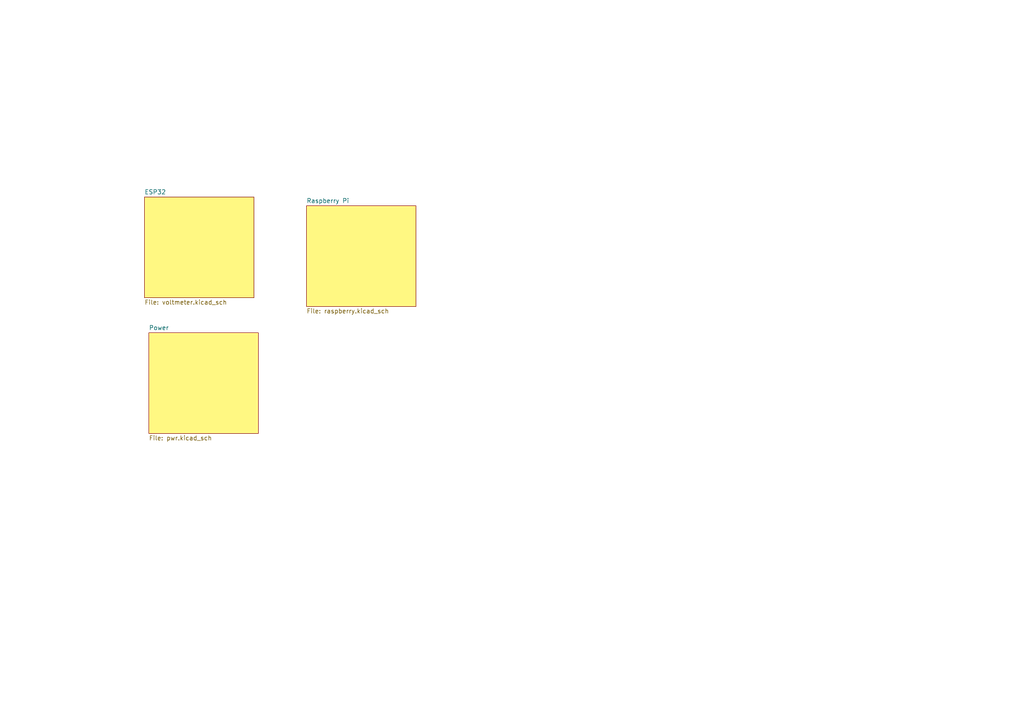
<source format=kicad_sch>
(kicad_sch
	(version 20250114)
	(generator "eeschema")
	(generator_version "9.0")
	(uuid "fc2c29e6-a963-4328-805d-ffb2dd9b9662")
	(paper "A4")
	(lib_symbols)
	(sheet
		(at 41.91 57.15)
		(size 31.75 29.21)
		(exclude_from_sim no)
		(in_bom yes)
		(on_board yes)
		(dnp no)
		(fields_autoplaced yes)
		(stroke
			(width 0.1524)
			(type solid)
		)
		(fill
			(color 255 248 130 1.0000)
		)
		(uuid "3b1c55c4-bd30-4f82-a613-80ef2ad38bf6")
		(property "Sheetname" "ESP32"
			(at 41.91 56.4384 0)
			(effects
				(font
					(size 1.27 1.27)
				)
				(justify left bottom)
			)
		)
		(property "Sheetfile" "voltmeter.kicad_sch"
			(at 41.91 86.9446 0)
			(effects
				(font
					(size 1.27 1.27)
				)
				(justify left top)
			)
		)
		(instances
			(project "ESP32"
				(path "/fc2c29e6-a963-4328-805d-ffb2dd9b9662"
					(page "2")
				)
			)
		)
	)
	(sheet
		(at 88.9 59.69)
		(size 31.75 29.21)
		(exclude_from_sim no)
		(in_bom yes)
		(on_board yes)
		(dnp no)
		(fields_autoplaced yes)
		(stroke
			(width 0.1524)
			(type solid)
		)
		(fill
			(color 255 248 130 1.0000)
		)
		(uuid "3c5789a2-a9f3-4542-a82f-4a73c545265d")
		(property "Sheetname" "Raspberry Pi"
			(at 88.9 58.9784 0)
			(effects
				(font
					(size 1.27 1.27)
				)
				(justify left bottom)
			)
		)
		(property "Sheetfile" "raspberry.kicad_sch"
			(at 88.9 89.4846 0)
			(effects
				(font
					(size 1.27 1.27)
				)
				(justify left top)
			)
		)
		(instances
			(project "ESP32"
				(path "/fc2c29e6-a963-4328-805d-ffb2dd9b9662"
					(page "3")
				)
			)
		)
	)
	(sheet
		(at 43.18 96.52)
		(size 31.75 29.21)
		(exclude_from_sim no)
		(in_bom yes)
		(on_board yes)
		(dnp no)
		(fields_autoplaced yes)
		(stroke
			(width 0.1524)
			(type solid)
		)
		(fill
			(color 255 248 130 1.0000)
		)
		(uuid "e8b5fb8c-1578-4326-a29d-088f865b8625")
		(property "Sheetname" "Power"
			(at 43.18 95.8084 0)
			(effects
				(font
					(size 1.27 1.27)
				)
				(justify left bottom)
			)
		)
		(property "Sheetfile" "pwr.kicad_sch"
			(at 43.18 126.3146 0)
			(effects
				(font
					(size 1.27 1.27)
				)
				(justify left top)
			)
		)
		(instances
			(project "ESP32"
				(path "/fc2c29e6-a963-4328-805d-ffb2dd9b9662"
					(page "4")
				)
			)
		)
	)
	(sheet_instances
		(path "/"
			(page "1")
		)
	)
	(embedded_fonts no)
)

</source>
